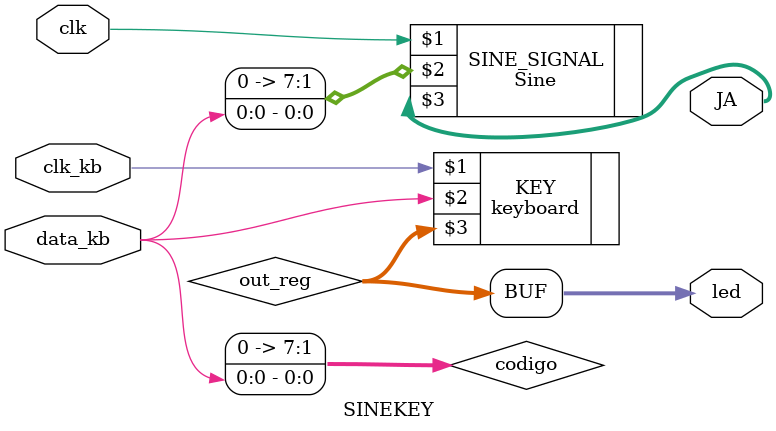
<source format=v>
`timescale 1ns / 1ps

module SINEKEY(clk,clk_kb,data_kb,JA,led);
input clk,clk_kb,data_kb;
output [7:0] JA, led;

//WIRE
wire [7:0] out_reg;
wire [7:0] codigo;

//Modulos a llamar
Sine SINE_SIGNAL(clk,codigo,JA);
keyboard KEY(clk_kb, data_kb, out_reg);

assign codigo = data_kb;
assign led = out_reg;

endmodule

</source>
